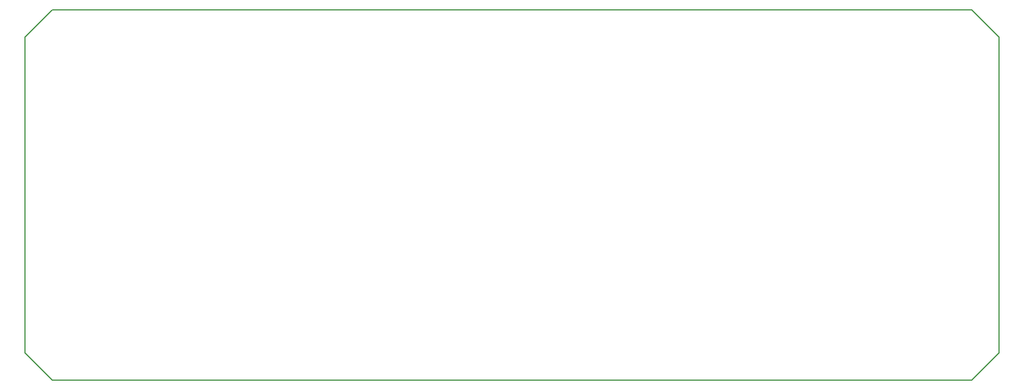
<source format=gbr>
%TF.GenerationSoftware,KiCad,Pcbnew,(5.1.10)-1*%
%TF.CreationDate,2022-09-03T16:46:32+05:30*%
%TF.ProjectId,ENC-nrf-301-02-REV05,454e432d-6e72-4662-9d33-30312d30322d,rev?*%
%TF.SameCoordinates,Original*%
%TF.FileFunction,Other,User*%
%FSLAX46Y46*%
G04 Gerber Fmt 4.6, Leading zero omitted, Abs format (unit mm)*
G04 Created by KiCad (PCBNEW (5.1.10)-1) date 2022-09-03 16:46:32*
%MOMM*%
%LPD*%
G01*
G04 APERTURE LIST*
%ADD10C,0.200000*%
G04 APERTURE END LIST*
D10*
X229450000Y-127400000D02*
X95450000Y-127400000D01*
X233450000Y-123400000D02*
X229450000Y-127400000D01*
X233450000Y-77400000D02*
X233450000Y-123400000D01*
X229450000Y-73400000D02*
X233450000Y-77400000D01*
X95450000Y-73400000D02*
X229450000Y-73400000D01*
X91450000Y-77400000D02*
X95450000Y-73400000D01*
X91450000Y-123400000D02*
X91450000Y-77400000D01*
X95450000Y-127400000D02*
X91450000Y-123400000D01*
M02*

</source>
